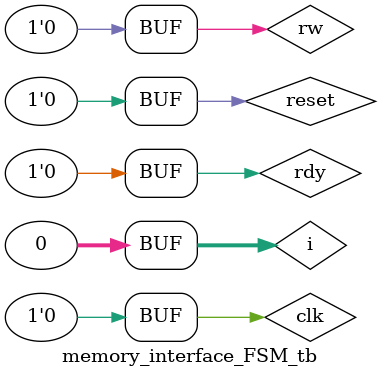
<source format=v>

`timescale 10ns/1ns

module memory_interface_FSM_tb ();

	reg clk, reset, rdy, rw;
	wire oe, we;
	wire [1:0] present_state;

memory_interface_FSM DUT (.clk(clk), .reset(reset), .rdy(rdy), .rw(rw), .oe(oe), .we(we), .present_state(present_state));

	initial
      begin
        $monitor($time, " reset=%b, rdy=%b, rw=%b, oe=%b, we=%b, present_state=%d", reset, rdy, rw, oe, we, present_state);
      end

  	integer i = 0;

	initial
      begin
        $dumpfile("memory_interface_FSM.vcd");
        $dumpvars(1, memory_interface_FSM_tb);

        #0 clk=0; reset=1; rdy=0; rw=0;
        #50 clk=~clk; reset=0;

        for (i=0; i<30; i=i+1)
          begin
            #50 clk=~clk; rdy = (i > 5 && i < 20) ? 1 : 0; rw = (i > 2) ? 1 : 0;
          end

        #50 clk=~clk; rdy=0;

        for (i=0; i<50; i=i+1)
          begin
            #50 clk=~clk; rdy = (i > 5 && i < 20) ? 1 : 0; rw = (i > 2) ? 0 : 1;
          end

      end

endmodule

</source>
